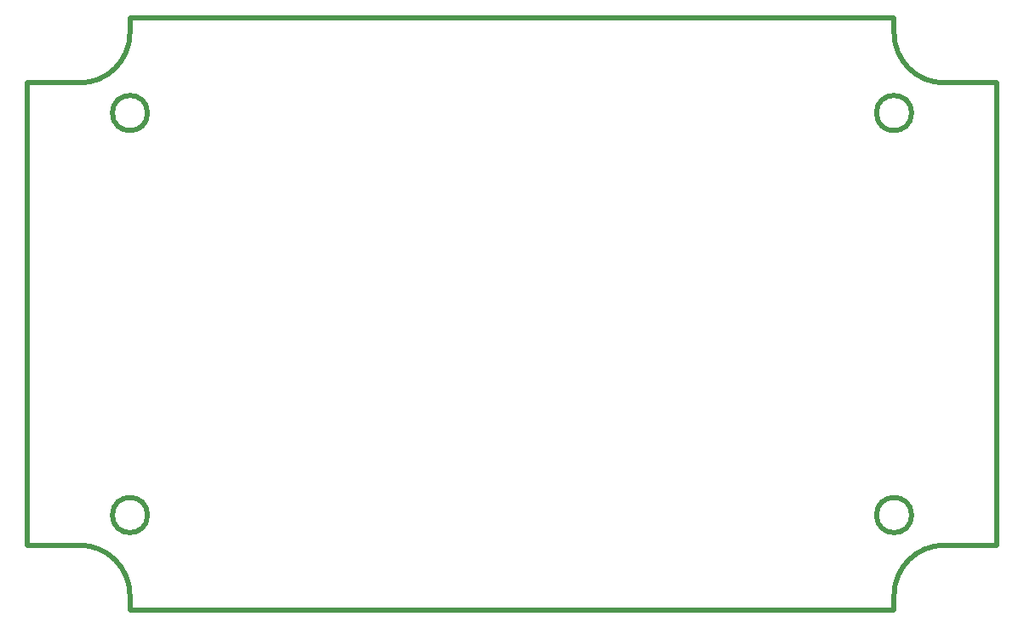
<source format=gbr>
%TF.GenerationSoftware,KiCad,Pcbnew,(5.99.0-11575-g46338403e7)*%
%TF.CreationDate,2021-08-13T15:38:32+02:00*%
%TF.ProjectId,voedings switcher,766f6564-696e-4677-9320-737769746368,rev?*%
%TF.SameCoordinates,Original*%
%TF.FileFunction,Profile,NP*%
%FSLAX46Y46*%
G04 Gerber Fmt 4.6, Leading zero omitted, Abs format (unit mm)*
G04 Created by KiCad (PCBNEW (5.99.0-11575-g46338403e7)) date 2021-08-13 15:38:32*
%MOMM*%
%LPD*%
G01*
G04 APERTURE LIST*
%TA.AperFunction,Profile*%
%ADD10C,0.500000*%
%TD*%
G04 APERTURE END LIST*
D10*
X124380000Y-68560000D02*
X124380000Y-70060000D01*
X202130000Y-78060000D02*
G75*
G03*
X202130000Y-78060000I-1750000J0D01*
G01*
X210630000Y-75060000D02*
X210630000Y-121060000D01*
X200380000Y-127560000D02*
X124380000Y-127560000D01*
X119380000Y-75060000D02*
X114130000Y-75060000D01*
X124380000Y-126060000D02*
X124380000Y-127560000D01*
X126130000Y-78060000D02*
G75*
G03*
X126130000Y-78060000I-1750000J0D01*
G01*
X200380000Y-127560000D02*
X200380000Y-126060000D01*
X205380000Y-121060000D02*
X210630000Y-121060000D01*
X126130000Y-118060000D02*
G75*
G03*
X126130000Y-118060000I-1750000J0D01*
G01*
X114130000Y-121060000D02*
X119380000Y-121060000D01*
X124380000Y-70060000D02*
G75*
G02*
X119380000Y-75060000I-5000000J0D01*
G01*
X114130000Y-121060000D02*
X114130000Y-75060000D01*
X200380000Y-126060000D02*
G75*
G02*
X205380000Y-121060000I5000000J0D01*
G01*
X124380000Y-68560000D02*
X200380000Y-68560000D01*
X202130000Y-118060000D02*
G75*
G03*
X202130000Y-118060000I-1750000J0D01*
G01*
X205380000Y-75060000D02*
G75*
G02*
X200380000Y-70060000I0J5000000D01*
G01*
X119380000Y-121060000D02*
G75*
G02*
X124380000Y-126060000I0J-5000000D01*
G01*
X210630000Y-75060000D02*
X205380000Y-75060000D01*
X200380000Y-70060000D02*
X200380000Y-68560000D01*
M02*

</source>
